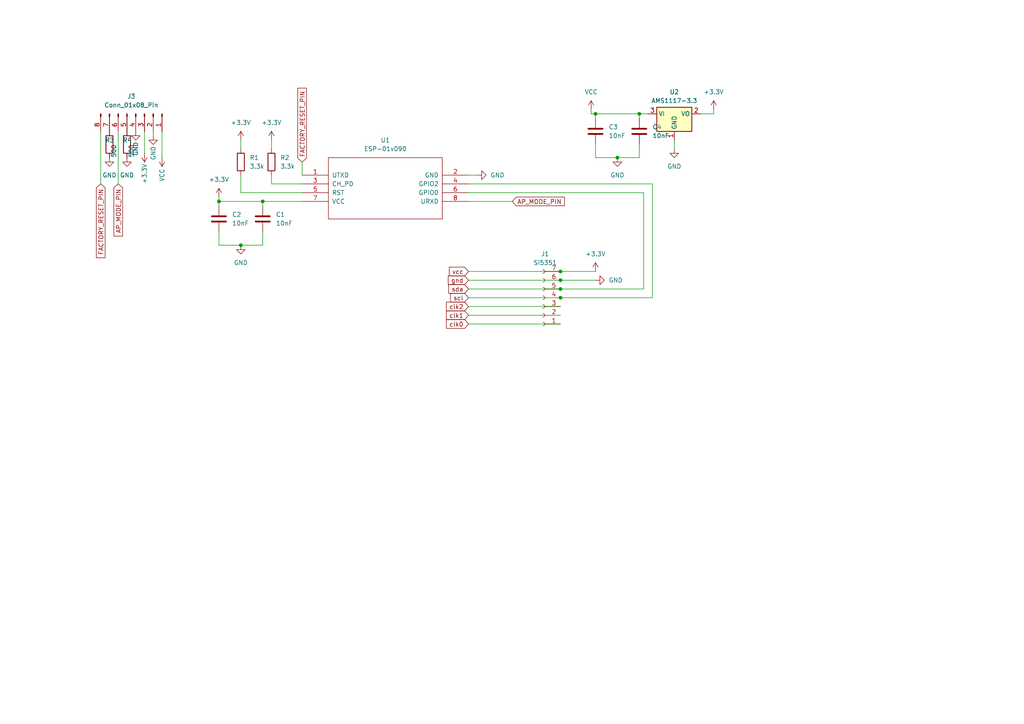
<source format=kicad_sch>
(kicad_sch (version 20230121) (generator eeschema)
  (paper "A4")
  (lib_symbols
    (symbol "Connector:Conn_01x07_Socket" (pin_names (offset 1.016) hide)
      (property "Reference" "J" (at 0 10.16 0))
      (property "Value" "Conn_01x07_Socket" (at 0 -10.16 0))
      (symbol "Conn_01x07_Socket_1_1"
        (arc (start 0 -7.112) (mid -0.5058 -7.62) (end 0 -8.128) (stroke (width 0.1524)))
        (arc (start 0 -4.572) (mid -0.5058 -5.08) (end 0 -5.588) (stroke (width 0.1524)))
        (arc (start 0 -2.032) (mid -0.5058 -2.54) (end 0 -3.048) (stroke (width 0.1524)))
        (polyline (pts (xy -1.27 -7.62) (xy -0.508 -7.62)) (stroke (width 0.1524)))
        (polyline (pts (xy -1.27 -5.08) (xy -0.508 -5.08)) (stroke (width 0.1524)))
        (polyline (pts (xy -1.27 -2.54) (xy -0.508 -2.54)) (stroke (width 0.1524)))
        (polyline (pts (xy -1.27 0) (xy -0.508 0)) (stroke (width 0.1524)))
        (polyline (pts (xy -1.27 2.54) (xy -0.508 2.54)) (stroke (width 0.1524)))
        (polyline (pts (xy -1.27 5.08) (xy -0.508 5.08)) (stroke (width 0.1524)))
        (polyline (pts (xy -1.27 7.62) (xy -0.508 7.62)) (stroke (width 0.1524)))
        (arc (start 0 0.508) (mid -0.5058 0) (end 0 -0.508) (stroke (width 0.1524)))
        (arc (start 0 3.048) (mid -0.5058 2.54) (end 0 2.032) (stroke (width 0.1524)))
        (arc (start 0 5.588) (mid -0.5058 5.08) (end 0 4.572) (stroke (width 0.1524)))
        (arc (start 0 8.128) (mid -0.5058 7.62) (end 0 7.112) (stroke (width 0.1524)))
        (pin passive line (at -5.08 7.62 0) (length 3.81) (name "Pin_1") (number "1"))
        (pin passive line (at -5.08 5.08 0) (length 3.81) (name "Pin_2") (number "2"))
        (pin passive line (at -5.08 2.54 0) (length 3.81) (name "Pin_3") (number "3"))
        (pin passive line (at -5.08 0 0) (length 3.81) (name "Pin_4") (number "4"))
        (pin passive line (at -5.08 -2.54 0) (length 3.81) (name "Pin_5") (number "5"))
        (pin passive line (at -5.08 -5.08 0) (length 3.81) (name "Pin_6") (number "6"))
        (pin passive line (at -5.08 -7.62 0) (length 3.81) (name "Pin_7") (number "7"))
      )
    )
    (symbol "Connector:Conn_01x08_Pin" (pin_names (offset 1.016) hide)
      (property "Reference" "J" (at 0 10.16 0))
      (property "Value" "Conn_01x08_Pin" (at 0 -12.7 0))
      (symbol "Conn_01x08_Pin_1_1"
        (polyline (pts (xy 1.27 -10.16) (xy 0.8636 -10.16)) (stroke (width 0.1524)))
        (polyline (pts (xy 1.27 -7.62) (xy 0.8636 -7.62)) (stroke (width 0.1524)))
        (polyline (pts (xy 1.27 -5.08) (xy 0.8636 -5.08)) (stroke (width 0.1524)))
        (polyline (pts (xy 1.27 -2.54) (xy 0.8636 -2.54)) (stroke (width 0.1524)))
        (polyline (pts (xy 1.27 0) (xy 0.8636 0)) (stroke (width 0.1524)))
        (polyline (pts (xy 1.27 2.54) (xy 0.8636 2.54)) (stroke (width 0.1524)))
        (polyline (pts (xy 1.27 5.08) (xy 0.8636 5.08)) (stroke (width 0.1524)))
        (polyline (pts (xy 1.27 7.62) (xy 0.8636 7.62)) (stroke (width 0.1524)))
        (rectangle (start 0.8636 -10.033) (end 0 -10.287) (stroke (width 0.1524)) (fill (type outline)))
        (rectangle (start 0.8636 -7.493) (end 0 -7.747) (stroke (width 0.1524)) (fill (type outline)))
        (rectangle (start 0.8636 -4.953) (end 0 -5.207) (stroke (width 0.1524)) (fill (type outline)))
        (rectangle (start 0.8636 -2.413) (end 0 -2.667) (stroke (width 0.1524)) (fill (type outline)))
        (rectangle (start 0.8636 0.127) (end 0 -0.127) (stroke (width 0.1524)) (fill (type outline)))
        (rectangle (start 0.8636 2.667) (end 0 2.413) (stroke (width 0.1524)) (fill (type outline)))
        (rectangle (start 0.8636 5.207) (end 0 4.953) (stroke (width 0.1524)) (fill (type outline)))
        (rectangle (start 0.8636 7.747) (end 0 7.493) (stroke (width 0.1524)) (fill (type outline)))
        (pin passive line (at 5.08 7.62 180) (length 3.81) (name "Pin_1") (number "1"))
        (pin passive line (at 5.08 5.08 180) (length 3.81) (name "Pin_2") (number "2"))
        (pin passive line (at 5.08 2.54 180) (length 3.81) (name "Pin_3") (number "3"))
        (pin passive line (at 5.08 0 180) (length 3.81) (name "Pin_4") (number "4"))
        (pin passive line (at 5.08 -2.54 180) (length 3.81) (name "Pin_5") (number "5"))
        (pin passive line (at 5.08 -5.08 180) (length 3.81) (name "Pin_6") (number "6"))
        (pin passive line (at 5.08 -7.62 180) (length 3.81) (name "Pin_7") (number "7"))
        (pin passive line (at 5.08 -10.16 180) (length 3.81) (name "Pin_8") (number "8"))
      )
    )
    (symbol "Device:C" (pin_numbers hide) (pin_names (offset 0.254))
      (property "Reference" "C" (at 0.635 2.54 0))
      (property "Value" "C" (at 0.635 -2.54 0))
      (symbol "C_0_1"
        (polyline (pts (xy -2.032 -0.762) (xy 2.032 -0.762)) (stroke (width 0.508)))
        (polyline (pts (xy -2.032 0.762) (xy 2.032 0.762)) (stroke (width 0.508)))
      )
      (symbol "C_1_1"
        (pin passive line (at 0 3.81 270) (length 2.794) (name "~") (number "1"))
        (pin passive line (at 0 -3.81 90) (length 2.794) (name "~") (number "2"))
      )
    )
    (symbol "Device:R" (pin_numbers hide) (pin_names (offset 0))
      (property "Reference" "R" (at 2.032 0 90))
      (property "Value" "R" (at 0 0 90))
      (symbol "R_0_1"
        (rectangle (start -1.016 -2.54) (end 1.016 2.54) (stroke (width 0.254)))
      )
      (symbol "R_1_1"
        (pin passive line (at 0 3.81 270) (length 1.27) (name "~") (number "1"))
        (pin passive line (at 0 -3.81 90) (length 1.27) (name "~") (number "2"))
      )
    )
    (symbol "ESP8266:ESP-01v090" (pin_names (offset 1.016))
      (property "Reference" "U" (at 0 -2.54 0))
      (property "Value" "ESP-01v090" (at 0 2.54 0))
      (symbol "ESP-01v090_1_0"
        (rectangle (start -16.51 -8.89) (end 16.51 8.89))
      )
      (symbol "ESP-01v090_1_1"
        (pin output line (at -24.13 3.81 0) (length 7.62) (name "UTXD") (number "1"))
        (pin power_in line (at 24.13 3.81 180) (length 7.62) (name "GND") (number "2"))
        (pin input line (at -24.13 1.27 0) (length 7.62) (name "CH_PD") (number "3"))
        (pin tri_state line (at 24.13 1.27 180) (length 7.62) (name "GPIO2") (number "4"))
        (pin input line (at -24.13 -1.27 0) (length 7.62) (name "RST") (number "5"))
        (pin tri_state line (at 24.13 -1.27 180) (length 7.62) (name "GPIO0") (number "6"))
        (pin power_in line (at -24.13 -3.81 0) (length 7.62) (name "VCC") (number "7"))
        (pin input line (at 24.13 -3.81 180) (length 7.62) (name "URXD") (number "8"))
      )
    )
    (symbol "Regulator_Linear:AMS1117-3.3"
      (property "Reference" "U" (at -3.81 3.175 0))
      (property "Value" "AMS1117-3.3" (at 0 3.175 0))
      (symbol "AMS1117-3.3_0_1"
        (rectangle (start -5.08 -5.08) (end 5.08 1.905) (stroke (width 0.254)) (fill (type background)))
      )
      (symbol "AMS1117-3.3_1_1"
        (pin power_in line (at 0 -7.62 90) (length 2.54) (name "GND") (number "1"))
        (pin power_out line (at 7.62 0 180) (length 2.54) (name "VO") (number "2"))
        (pin power_in line (at -7.62 0 0) (length 2.54) (name "VI") (number "3"))
      )
    )
    (symbol "power:+3.3V" (power) (pin_names (offset 0))
      (property "Value" "+3.3V" (at 0 3.556 0))
      (symbol "+3.3V_0_1"
        (polyline (pts (xy -0.762 1.27) (xy 0 2.54)))
        (polyline (pts (xy 0 0) (xy 0 2.54)))
        (polyline (pts (xy 0 2.54) (xy 0.762 1.27)))
      )
      (symbol "+3.3V_1_1"
        (pin power_in line (at 0 0 90) (length 0) hide (name "+3.3V") (number "1"))
      )
    )
    (symbol "power:GND" (power) (pin_names (offset 0))
      (property "Value" "GND" (at 0 -3.81 0))
      (symbol "GND_0_1"
        (polyline (pts (xy 0 0) (xy 0 -1.27) (xy 1.27 -1.27) (xy 0 -2.54) (xy -1.27 -1.27) (xy 0 -1.27)))
      )
      (symbol "GND_1_1"
        (pin power_in line (at 0 0 270) (length 0) hide (name "GND") (number "1"))
      )
    )
    (symbol "power:VCC" (power) (pin_names (offset 0))
      (property "Value" "VCC" (at 0 3.81 0))
      (symbol "VCC_0_1"
        (polyline (pts (xy -0.762 1.27) (xy 0 2.54)))
        (polyline (pts (xy 0 0) (xy 0 2.54)))
        (polyline (pts (xy 0 2.54) (xy 0.762 1.27)))
      )
      (symbol "VCC_1_1"
        (pin power_in line (at 0 0 90) (length 0) hide (name "VCC") (number "1"))
      )
    )
  )
  (junction (at 162.56 78.74))
  (junction (at 63.5 58.42))
  (junction (at 185.42 33.02))
  (junction (at 172.72 33.02))
  (junction (at 76.2 58.42))
  (junction (at 162.56 81.28))
  (junction (at 179.07 45.72))
  (junction (at 162.56 86.36))
  (junction (at 162.56 83.82))
  (junction (at 69.85 71.12))
  (wire (pts (xy 162.56 93.98) (xy 135.89 93.98)))
  (wire (pts (xy 46.99 38.1) (xy 46.99 45.72)))
  (wire (pts (xy 207.01 33.02) (xy 203.2 33.02)))
  (wire (pts (xy 63.5 71.12) (xy 69.85 71.12)))
  (wire (pts (xy 44.45 38.1) (xy 44.45 39.37)))
  (wire (pts (xy 185.42 33.02) (xy 185.42 34.29)))
  (wire (pts (xy 186.69 83.82) (xy 162.56 83.82)))
  (wire (pts (xy 172.72 33.02) (xy 171.45 33.02)))
  (wire (pts (xy 162.56 78.74) (xy 172.72 78.74)))
  (wire (pts (xy 185.42 41.91) (xy 185.42 45.72)))
  (wire (pts (xy 135.89 53.34) (xy 189.23 53.34)))
  (wire (pts (xy 172.72 45.72) (xy 179.07 45.72)))
  (wire (pts (xy 29.21 38.1) (xy 29.21 53.34)))
  (wire (pts (xy 69.85 50.8) (xy 69.85 55.88)))
  (wire (pts (xy 135.89 58.42) (xy 148.59 58.42)))
  (wire (pts (xy 34.29 38.1) (xy 34.29 53.34)))
  (wire (pts (xy 76.2 58.42) (xy 76.2 59.69)))
  (wire (pts (xy 189.23 53.34) (xy 189.23 86.36)))
  (wire (pts (xy 162.56 88.9) (xy 135.89 88.9)))
  (wire (pts (xy 207.01 31.75) (xy 207.01 33.02)))
  (wire (pts (xy 172.72 41.91) (xy 172.72 45.72)))
  (wire (pts (xy 162.56 83.82) (xy 135.89 83.82)))
  (wire (pts (xy 162.56 78.74) (xy 135.89 78.74)))
  (wire (pts (xy 78.74 40.64) (xy 78.74 43.18)))
  (wire (pts (xy 195.58 40.64) (xy 195.58 43.18)))
  (wire (pts (xy 78.74 53.34) (xy 87.63 53.34)))
  (wire (pts (xy 135.89 50.8) (xy 138.43 50.8)))
  (wire (pts (xy 63.5 57.15) (xy 63.5 58.42)))
  (wire (pts (xy 189.23 86.36) (xy 162.56 86.36)))
  (wire (pts (xy 63.5 59.69) (xy 63.5 58.42)))
  (wire (pts (xy 69.85 40.64) (xy 69.85 43.18)))
  (wire (pts (xy 162.56 81.28) (xy 172.72 81.28)))
  (wire (pts (xy 186.69 55.88) (xy 186.69 83.82)))
  (wire (pts (xy 41.91 38.1) (xy 41.91 44.45)))
  (wire (pts (xy 135.89 55.88) (xy 186.69 55.88)))
  (wire (pts (xy 87.63 58.42) (xy 76.2 58.42)))
  (wire (pts (xy 87.63 46.99) (xy 87.63 50.8)))
  (wire (pts (xy 63.5 58.42) (xy 76.2 58.42)))
  (wire (pts (xy 185.42 33.02) (xy 172.72 33.02)))
  (wire (pts (xy 76.2 67.31) (xy 76.2 71.12)))
  (wire (pts (xy 171.45 33.02) (xy 171.45 31.75)))
  (wire (pts (xy 179.07 45.72) (xy 185.42 45.72)))
  (wire (pts (xy 69.85 55.88) (xy 87.63 55.88)))
  (wire (pts (xy 69.85 71.12) (xy 76.2 71.12)))
  (wire (pts (xy 187.96 33.02) (xy 185.42 33.02)))
  (wire (pts (xy 162.56 86.36) (xy 135.89 86.36)))
  (wire (pts (xy 172.72 34.29) (xy 172.72 33.02)))
  (wire (pts (xy 63.5 67.31) (xy 63.5 71.12)))
  (wire (pts (xy 162.56 91.44) (xy 135.89 91.44)))
  (wire (pts (xy 162.56 81.28) (xy 135.89 81.28)))
  (wire (pts (xy 78.74 50.8) (xy 78.74 53.34)))
  (global_label "clk2" (shape input) (at 135.89 88.9 180) (property "Intersheetrefs" "${INTERSHEET_REFS}" (effects hide)))
  (global_label "clk0" (shape input) (at 135.89 93.98 180) (property "Intersheetrefs" "${INTERSHEET_REFS}" (effects hide)))
  (global_label "AP_MODE_PIN" (shape input) (at 148.59 58.42 0) (property "Intersheetrefs" "${INTERSHEET_REFS}" (effects hide)))
  (global_label "gnd" (shape input) (at 135.89 81.28 180) (property "Intersheetrefs" "${INTERSHEET_REFS}" (effects hide)))
  (global_label "scl" (shape input) (at 135.89 86.36 180) (property "Intersheetrefs" "${INTERSHEET_REFS}" (effects hide)))
  (global_label "AP_MODE_PIN" (shape input) (at 34.29 53.34 270) (property "Intersheetrefs" "${INTERSHEET_REFS}" (effects hide)))
  (global_label "clk1" (shape input) (at 135.89 91.44 180) (property "Intersheetrefs" "${INTERSHEET_REFS}" (effects hide)))
  (global_label "vcc" (shape input) (at 135.89 78.74 180) (property "Intersheetrefs" "${INTERSHEET_REFS}" (effects hide)))
  (global_label "FACTORY_RESET_PIN" (shape input) (at 87.63 46.99 90) (property "Intersheetrefs" "${INTERSHEET_REFS}" (effects hide)))
  (global_label "FACTORY_RESET_PIN" (shape input) (at 29.21 53.34 270) (property "Intersheetrefs" "${INTERSHEET_REFS}" (effects hide)))
  (global_label "sda" (shape input) (at 135.89 83.82 180) (property "Intersheetrefs" "${INTERSHEET_REFS}" (effects hide)))
  (symbol (lib_id "power:GND") (at 44.45 39.37 0) (unit 1)
    (property "Reference" "#PWR06" (effects hide))
    (property "Value" "GND" (at 44.45 44.45 90))
  )
  (symbol (lib_id "Device:R") (at 78.74 46.99 0) (unit 1)
    (property "Reference" "R2" (at 81.28 45.72 0) (effects (justify left)))
    (property "Value" "3.3k" (at 81.28 48.26 0) (effects (justify left)))
    (property "Footprint" "Resistor_SMD:R_0805_2012Metric_Pad1.20x1.40mm_HandSolder" (effects hide))
  )
  (symbol (lib_id "power:GND") (at 138.43 50.8 90) (unit 1)
    (property "Reference" "#PWR02" (effects hide))
    (property "Value" "GND" (at 142.24 50.8 90) (effects (justify right)))
  )
  (symbol (lib_id "power:GND") (at 39.37 38.1 0) (unit 1)
    (property "Reference" "#PWR017" (effects hide))
    (property "Value" "GND" (at 39.37 43.18 90))
  )
  (symbol (lib_id "Device:R") (at 69.85 46.99 0) (unit 1)
    (property "Reference" "R1" (at 72.39 45.72 0) (effects (justify left)))
    (property "Value" "3.3k" (at 72.39 48.26 0) (effects (justify left)))
    (property "Footprint" "Resistor_SMD:R_0805_2012Metric_Pad1.20x1.40mm_HandSolder" (effects hide))
  )
  (symbol (lib_id "power:GND") (at 179.07 45.72 0) (unit 1)
    (property "Reference" "#PWR013" (effects hide))
    (property "Value" "GND" (at 179.07 50.8 0))
  )
  (symbol (lib_id "Device:C") (at 76.2 63.5 0) (unit 1)
    (property "Reference" "C1" (at 80.01 62.23 0) (effects (justify left)))
    (property "Value" "10nF" (at 80.01 64.77 0) (effects (justify left)))
    (property "Footprint" "Capacitor_SMD:C_1206_3216Metric_Pad1.33x1.80mm_HandSolder" (effects hide))
  )
  (symbol (lib_id "power:+3.3V") (at 69.85 40.64 0) (unit 1)
    (property "Reference" "#PWR04" (effects hide))
    (property "Value" "+3.3V" (at 69.85 35.56 0))
  )
  (symbol (lib_id "power:+3.3V") (at 207.01 31.75 0) (unit 1)
    (property "Reference" "#PWR09" (effects hide))
    (property "Value" "+3.3V" (at 207.01 26.67 0))
  )
  (symbol (lib_id "Device:C") (at 172.72 38.1 180) (unit 1)
    (property "Reference" "C3" (at 176.53 36.83 0) (effects (justify right)))
    (property "Value" "10nF" (at 176.53 39.37 0) (effects (justify right)))
    (property "Footprint" "Capacitor_SMD:C_1206_3216Metric_Pad1.33x1.80mm_HandSolder" (effects hide))
  )
  (symbol (lib_id "power:GND") (at 69.85 71.12 0) (unit 1)
    (property "Reference" "#PWR01" (effects hide))
    (property "Value" "GND" (at 69.85 76.2 0))
  )
  (symbol (lib_id "Device:C") (at 63.5 63.5 180) (unit 1)
    (property "Reference" "C2" (at 67.31 62.23 0) (effects (justify right)))
    (property "Value" "10nF" (at 67.31 64.77 0) (effects (justify right)))
    (property "Footprint" "Capacitor_SMD:C_1206_3216Metric_Pad1.33x1.80mm_HandSolder" (effects hide))
  )
  (symbol (lib_id "Connector:Conn_01x07_Socket") (at 157.48 86.36 180) (unit 1)
    (property "Reference" "J1" (at 158.115 73.66 0))
    (property "Value" "Si5351" (at 158.115 76.2 0))
    (property "Footprint" "footprints:SI5351 Module" (effects hide))
  )
  (symbol (lib_id "Regulator_Linear:AMS1117-3.3") (at 195.58 33.02 0) (unit 1)
    (property "Reference" "U2" (at 195.58 26.67 0))
    (property "Value" "AMS1117-3.3" (at 195.58 29.21 0))
    (property "Footprint" "Package_TO_SOT_SMD:SOT-223-3_TabPin2" (effects hide))
    (property "Datasheet" "http://www.advanced-monolithic.com/pdf/ds1117.pdf" (effects hide))
  )
  (symbol (lib_id "Connector:Conn_01x08_Pin") (at 39.37 33.02 270) (unit 1)
    (property "Reference" "J3" (at 38.1 27.94 90))
    (property "Value" "Conn_01x08_Pin" (at 38.1 30.48 90))
    (property "Footprint" "Connector_PinHeader_2.54mm:PinHeader_1x08_P2.54mm_Vertical" (effects hide))
  )
  (symbol (lib_id "power:GND") (at 195.58 43.18 0) (unit 1)
    (property "Reference" "#PWR08" (effects hide))
    (property "Value" "GND" (at 195.58 48.26 0))
  )
  (symbol (lib_id "power:+3.3V") (at 41.91 44.45 180) (unit 1)
    (property "Reference" "#PWR07" (effects hide))
    (property "Value" "+3.3V" (at 41.91 53.34 90) (effects (justify right)))
  )
  (symbol (lib_id "power:VCC") (at 46.99 45.72 180) (unit 1)
    (property "Reference" "#PWR016" (effects hide))
    (property "Value" "VCC" (at 46.99 50.8 90))
  )
  (symbol (lib_id "ESP8266:ESP-01v090") (at 111.76 54.61 0) (unit 1)
    (property "Reference" "U1" (at 111.76 40.64 0))
    (property "Value" "ESP-01v090" (at 111.76 43.18 0))
    (property "Footprint" "footprints:ESP-01" (effects hide))
    (property "Datasheet" "http://l0l.org.uk/2014/12/esp8266-modules-hardware-guide-gotta-catch-em-all/" (effects hide))
  )
  (symbol (lib_id "power:GND") (at 36.83 45.72 0) (unit 1)
    (property "Reference" "#PWR015" (effects hide))
    (property "Value" "GND" (at 36.83 50.8 0))
  )
  (symbol (lib_id "power:+3.3V") (at 172.72 78.74 0) (unit 1)
    (property "Reference" "#PWR010" (effects hide))
    (property "Value" "+3.3V" (at 172.72 73.66 0))
  )
  (symbol (lib_id "power:+3.3V") (at 63.5 57.15 0) (unit 1)
    (property "Reference" "#PWR03" (effects hide))
    (property "Value" "+3.3V" (at 63.5 52.07 0))
  )
  (symbol (lib_id "power:GND") (at 172.72 81.28 90) (unit 1)
    (property "Reference" "#PWR011" (effects hide))
    (property "Value" "GND" (at 176.53 81.28 90) (effects (justify right)))
  )
  (symbol (lib_id "Device:R") (at 36.83 41.91 0) (unit 1)
    (property "Reference" "R4" (at 35.56 40.64 0) (effects (justify left)))
    (property "Value" "500" (at 38.1 45.72 90) (effects (justify left)))
    (property "Footprint" "Resistor_SMD:R_0805_2012Metric_Pad1.20x1.40mm_HandSolder" (effects hide))
  )
  (symbol (lib_id "power:GND") (at 31.75 45.72 0) (unit 1)
    (property "Reference" "#PWR014" (effects hide))
    (property "Value" "GND" (at 31.75 50.8 0))
  )
  (symbol (lib_id "Device:R") (at 31.75 41.91 0) (unit 1)
    (property "Reference" "R3" (at 30.48 40.64 0) (effects (justify left)))
    (property "Value" "500" (at 33.02 45.72 90) (effects (justify left)))
    (property "Footprint" "Resistor_SMD:R_0805_2012Metric_Pad1.20x1.40mm_HandSolder" (effects hide))
  )
  (symbol (lib_id "power:+3.3V") (at 78.74 40.64 0) (unit 1)
    (property "Reference" "#PWR05" (effects hide))
    (property "Value" "+3.3V" (at 78.74 35.56 0))
  )
  (symbol (lib_id "power:VCC") (at 171.45 31.75 0) (unit 1)
    (property "Reference" "#PWR012" (effects hide))
    (property "Value" "VCC" (at 171.45 26.67 0))
  )
  (symbol (lib_id "Device:C") (at 185.42 38.1 0) (unit 1)
    (property "Reference" "C4" (at 189.23 36.83 0) (effects (justify left)))
    (property "Value" "10nF" (at 189.23 39.37 0) (effects (justify left)))
    (property "Footprint" "Capacitor_SMD:C_1206_3216Metric_Pad1.33x1.80mm_HandSolder" (effects hide))
  )
)
</source>
